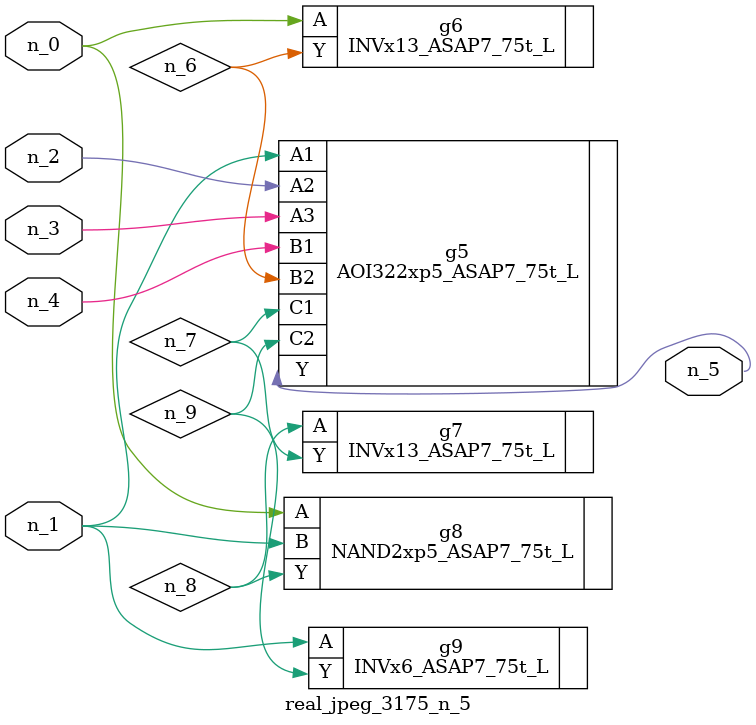
<source format=v>
module real_jpeg_3175_n_5 (n_4, n_0, n_1, n_2, n_3, n_5);

input n_4;
input n_0;
input n_1;
input n_2;
input n_3;

output n_5;

wire n_8;
wire n_6;
wire n_7;
wire n_9;

INVx13_ASAP7_75t_L g6 ( 
.A(n_0),
.Y(n_6)
);

NAND2xp5_ASAP7_75t_L g8 ( 
.A(n_0),
.B(n_1),
.Y(n_8)
);

AOI322xp5_ASAP7_75t_L g5 ( 
.A1(n_1),
.A2(n_2),
.A3(n_3),
.B1(n_4),
.B2(n_6),
.C1(n_7),
.C2(n_9),
.Y(n_5)
);

INVx6_ASAP7_75t_L g9 ( 
.A(n_1),
.Y(n_9)
);

INVx13_ASAP7_75t_L g7 ( 
.A(n_8),
.Y(n_7)
);


endmodule
</source>
